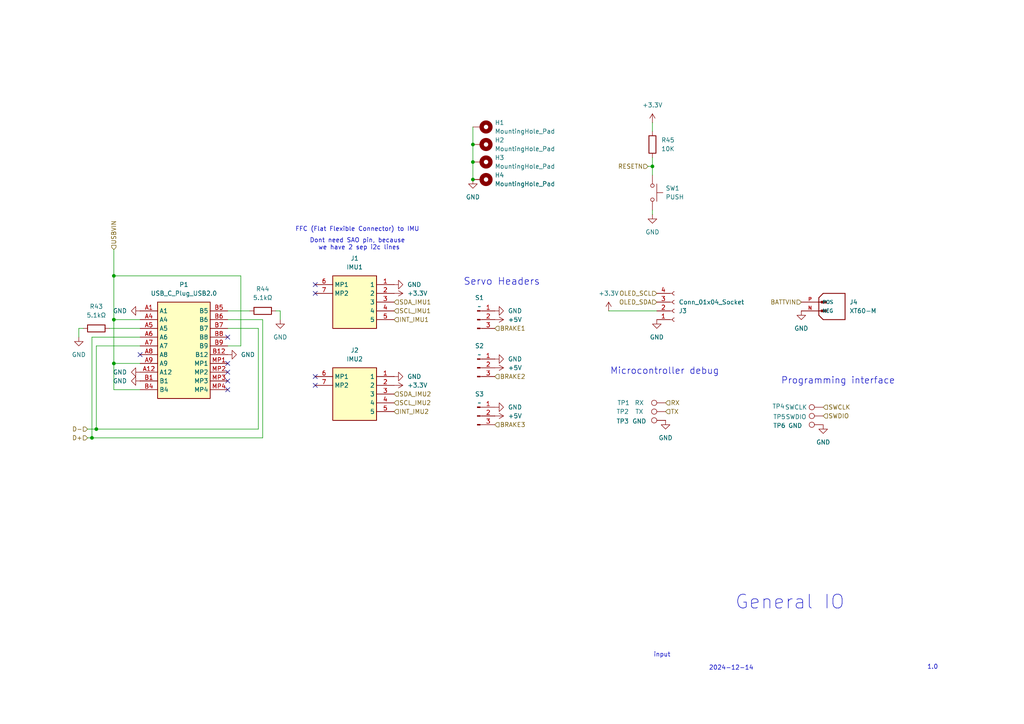
<source format=kicad_sch>
(kicad_sch (version 20231120) (generator "eeschema") (generator_version "8.0")
  (paper "A4")
  (lib_symbols
    (symbol "59453-052110ECHLF:59453-052110ECHLF"
      (property "Reference" "J" (at 19.05 7.62 0))
      (property "Value" "59453-052110ECHLF" (at 19.05 5.08 0))
      (symbol "59453-052110ECHLF_1_1"
        (rectangle (start 5.08 2.54) (end 17.78 -12.7) (stroke (width 0.254)) (fill (type background)))
        (pin passive line (at 22.86 0 180) (length 5.08) (name "1") (number "1"))
        (pin passive line (at 22.86 -2.54 180) (length 5.08) (name "2") (number "2"))
        (pin passive line (at 22.86 -5.08 180) (length 5.08) (name "3") (number "3"))
        (pin passive line (at 22.86 -7.62 180) (length 5.08) (name "4") (number "4"))
        (pin passive line (at 22.86 -10.16 180) (length 5.08) (name "5") (number "5"))
        (pin passive line (at 0 0 0) (length 5.08) (name "MP1") (number "6"))
        (pin passive line (at 0 -2.54 0) (length 5.08) (name "MP2") (number "7"))
      )
    )
    (symbol "Connector:Conn_01x03_Pin" (pin_names (offset 1.016) hide)
      (property "Reference" "J" (at 0 5.08 0))
      (property "Value" "Conn_01x03_Pin" (at 0 -5.08 0))
      (symbol "Conn_01x03_Pin_1_1"
        (polyline (pts (xy 1.27 -2.54) (xy 0.8636 -2.54)) (stroke (width 0.1524)))
        (polyline (pts (xy 1.27 0) (xy 0.8636 0)) (stroke (width 0.1524)))
        (polyline (pts (xy 1.27 2.54) (xy 0.8636 2.54)) (stroke (width 0.1524)))
        (rectangle (start 0.8636 -2.413) (end 0 -2.667) (stroke (width 0.1524)) (fill (type outline)))
        (rectangle (start 0.8636 0.127) (end 0 -0.127) (stroke (width 0.1524)) (fill (type outline)))
        (rectangle (start 0.8636 2.667) (end 0 2.413) (stroke (width 0.1524)) (fill (type outline)))
        (pin passive line (at 5.08 2.54 180) (length 3.81) (name "Pin_1") (number "1"))
        (pin passive line (at 5.08 0 180) (length 3.81) (name "Pin_2") (number "2"))
        (pin passive line (at 5.08 -2.54 180) (length 3.81) (name "Pin_3") (number "3"))
      )
    )
    (symbol "Connector:Conn_01x04_Socket" (pin_names (offset 1.016) hide)
      (property "Reference" "J" (at 0 5.08 0))
      (property "Value" "Conn_01x04_Socket" (at 0 -7.62 0))
      (symbol "Conn_01x04_Socket_1_1"
        (arc (start 0 -4.572) (mid -0.5058 -5.08) (end 0 -5.588) (stroke (width 0.1524)))
        (arc (start 0 -2.032) (mid -0.5058 -2.54) (end 0 -3.048) (stroke (width 0.1524)))
        (polyline (pts (xy -1.27 -5.08) (xy -0.508 -5.08)) (stroke (width 0.1524)))
        (polyline (pts (xy -1.27 -2.54) (xy -0.508 -2.54)) (stroke (width 0.1524)))
        (polyline (pts (xy -1.27 0) (xy -0.508 0)) (stroke (width 0.1524)))
        (polyline (pts (xy -1.27 2.54) (xy -0.508 2.54)) (stroke (width 0.1524)))
        (arc (start 0 0.508) (mid -0.5058 0) (end 0 -0.508) (stroke (width 0.1524)))
        (arc (start 0 3.048) (mid -0.5058 2.54) (end 0 2.032) (stroke (width 0.1524)))
        (pin passive line (at -5.08 2.54 0) (length 3.81) (name "Pin_1") (number "1"))
        (pin passive line (at -5.08 0 0) (length 3.81) (name "Pin_2") (number "2"))
        (pin passive line (at -5.08 -2.54 0) (length 3.81) (name "Pin_3") (number "3"))
        (pin passive line (at -5.08 -5.08 0) (length 3.81) (name "Pin_4") (number "4"))
      )
    )
    (symbol "Connector:TestPoint" (pin_numbers hide) (pin_names (offset 0.762) hide)
      (property "Reference" "TP" (at 0 6.858 0))
      (property "Value" "TestPoint" (at 0 5.08 0))
      (symbol "TestPoint_0_1"
        (circle (center 0 3.302) (radius 0.762))
      )
      (symbol "TestPoint_1_1"
        (pin passive line (at 0 0 90) (length 2.54) (name "1") (number "1"))
      )
    )
    (symbol "Device:R" (pin_numbers hide) (pin_names (offset 0))
      (property "Reference" "R" (at 2.032 0 90))
      (property "Value" "R" (at 0 0 90))
      (symbol "R_0_1"
        (rectangle (start -1.016 -2.54) (end 1.016 2.54) (stroke (width 0.254)))
      )
      (symbol "R_1_1"
        (pin passive line (at 0 3.81 270) (length 1.27) (name "~") (number "1"))
        (pin passive line (at 0 -3.81 90) (length 1.27) (name "~") (number "2"))
      )
    )
    (symbol "Mechanical:MountingHole_Pad" (pin_numbers hide) (pin_names (offset 1.016) hide) (exclude_from_sim yes) (in_bom no)
      (property "Reference" "H" (at 0 6.35 0))
      (property "Value" "MountingHole_Pad" (at 0 4.445 0))
      (symbol "MountingHole_Pad_0_1"
        (circle (center 0 1.27) (radius 1.27) (stroke (width 1.27)))
      )
      (symbol "MountingHole_Pad_1_1"
        (pin input line (at 0 -2.54 90) (length 2.54) (name "1") (number "1"))
      )
    )
    (symbol "Switch:SW_Push" (pin_numbers hide) (pin_names (offset 1.016) hide)
      (property "Reference" "SW" (at 1.27 2.54 0))
      (property "Value" "SW_Push" (at 0 -1.524 0))
      (symbol "SW_Push_0_1"
        (circle (center -2.032 0) (radius 0.508))
        (polyline (pts (xy 0 1.27) (xy 0 3.048)))
        (polyline (pts (xy 2.54 1.27) (xy -2.54 1.27)))
        (circle (center 2.032 0) (radius 0.508))
        (pin passive line (at -5.08 0 0) (length 2.54) (name "1") (number "1"))
        (pin passive line (at 5.08 0 180) (length 2.54) (name "2") (number "2"))
      )
    )
    (symbol "USB4110-GF-A:USB4110-GF-A"
      (property "Reference" "J" (at 21.59 7.62 0))
      (property "Value" "USB4110-GF-A" (at 21.59 5.08 0))
      (symbol "USB4110-GF-A_1_1"
        (rectangle (start 5.08 2.54) (end 20.32 -25.4) (stroke (width 0.254)) (fill (type background)))
        (pin passive line (at 0 0 0) (length 5.08) (name "A1") (number "A1"))
        (pin passive line (at 0 -17.78 0) (length 5.08) (name "A12") (number "A12"))
        (pin passive line (at 0 -2.54 0) (length 5.08) (name "A4") (number "A4"))
        (pin passive line (at 0 -5.08 0) (length 5.08) (name "A5") (number "A5"))
        (pin passive line (at 0 -7.62 0) (length 5.08) (name "A6") (number "A6"))
        (pin passive line (at 0 -10.16 0) (length 5.08) (name "A7") (number "A7"))
        (pin passive line (at 0 -12.7 0) (length 5.08) (name "A8") (number "A8"))
        (pin passive line (at 0 -15.24 0) (length 5.08) (name "A9") (number "A9"))
        (pin passive line (at 0 -20.32 0) (length 5.08) (name "B1") (number "B1"))
        (pin passive line (at 25.4 -12.7 180) (length 5.08) (name "B12") (number "B12"))
        (pin passive line (at 0 -22.86 0) (length 5.08) (name "B4") (number "B4"))
        (pin passive line (at 25.4 0 180) (length 5.08) (name "B5") (number "B5"))
        (pin passive line (at 25.4 -2.54 180) (length 5.08) (name "B6") (number "B6"))
        (pin passive line (at 25.4 -5.08 180) (length 5.08) (name "B7") (number "B7"))
        (pin passive line (at 25.4 -7.62 180) (length 5.08) (name "B8") (number "B8"))
        (pin passive line (at 25.4 -10.16 180) (length 5.08) (name "B9") (number "B9"))
        (pin passive line (at 25.4 -15.24 180) (length 5.08) (name "MP1") (number "MP1"))
        (pin passive line (at 25.4 -17.78 180) (length 5.08) (name "MP2") (number "MP2"))
        (pin passive line (at 25.4 -20.32 180) (length 5.08) (name "MP3") (number "MP3"))
        (pin passive line (at 25.4 -22.86 180) (length 5.08) (name "MP4") (number "MP4"))
      )
    )
    (symbol "XT60-M:XT60-M" (pin_names (offset 1.016))
      (property "Reference" "J" (at 0 6.35 0))
      (property "Value" "XT60-M" (at 0 -5.08 0))
      (symbol "XT60-M_0_0"
        (polyline (pts (xy 0 -1.27) (xy 1.27 -2.54)) (stroke (width 0.254)))
        (polyline (pts (xy 0 0) (xy 1.905 0)) (stroke (width 0.254)))
        (polyline (pts (xy 0 2.54) (xy 0 -1.27)) (stroke (width 0.254)))
        (polyline (pts (xy 0 2.54) (xy 1.905 2.54)) (stroke (width 0.254)))
        (polyline (pts (xy 0 3.81) (xy 0 2.54)) (stroke (width 0.254)))
        (polyline (pts (xy 0 3.81) (xy 1.27 5.08)) (stroke (width 0.254)))
        (polyline (pts (xy 1.27 -2.54) (xy 7.62 -2.54)) (stroke (width 0.254)))
        (polyline (pts (xy 7.62 -2.54) (xy 7.62 5.08)) (stroke (width 0.254)))
        (polyline (pts (xy 7.62 5.08) (xy 1.27 5.08)) (stroke (width 0.254)))
        (rectangle (start 0.635 -0.3175) (end 2.2225 0.3175) (stroke (width 0.1)) (fill (type outline)))
        (rectangle (start 0.635 2.2225) (end 2.2225 2.8575) (stroke (width 0.1)) (fill (type outline)))
        (pin passive line (at -5.08 0 0) (length 5.08) (name "NEG") (number "N"))
        (pin passive line (at -5.08 2.54 0) (length 5.08) (name "POS") (number "P"))
      )
    )
    (symbol "power:+3.3V" (power) (pin_numbers hide) (pin_names (offset 0) hide)
      (property "Value" "+3.3V" (at 0 3.556 0))
      (symbol "+3.3V_0_1"
        (polyline (pts (xy -0.762 1.27) (xy 0 2.54)))
        (polyline (pts (xy 0 0) (xy 0 2.54)))
        (polyline (pts (xy 0 2.54) (xy 0.762 1.27)))
      )
      (symbol "+3.3V_1_1"
        (pin power_in line (at 0 0 90) (length 0) (name "~") (number "1"))
      )
    )
    (symbol "power:+5V" (power) (pin_numbers hide) (pin_names (offset 0) hide)
      (property "Value" "+5V" (at 0 3.556 0))
      (symbol "+5V_0_1"
        (polyline (pts (xy -0.762 1.27) (xy 0 2.54)))
        (polyline (pts (xy 0 0) (xy 0 2.54)))
        (polyline (pts (xy 0 2.54) (xy 0.762 1.27)))
      )
      (symbol "+5V_1_1"
        (pin power_in line (at 0 0 90) (length 0) (name "~") (number "1"))
      )
    )
    (symbol "power:GND" (power) (pin_numbers hide) (pin_names (offset 0) hide)
      (property "Value" "GND" (at 0 -3.81 0))
      (symbol "GND_0_1"
        (polyline (pts (xy 0 0) (xy 0 -1.27) (xy 1.27 -1.27) (xy 0 -2.54) (xy -1.27 -1.27) (xy 0 -1.27)))
      )
      (symbol "GND_1_1"
        (pin power_in line (at 0 0 270) (length 0) (name "~") (number "1"))
      )
    )
  )
  (junction (at 137.16 41.91))
  (junction (at 189.23 48.26))
  (junction (at 26.67 127))
  (junction (at 33.02 80.01))
  (junction (at 137.16 52.07))
  (junction (at 137.16 46.99))
  (junction (at 33.02 92.71))
  (junction (at 27.94 124.46))
  (junction (at 33.02 105.41))
  (no_connect (at 91.44 109.22))
  (no_connect (at 66.04 110.49))
  (no_connect (at 66.04 105.41))
  (no_connect (at 91.44 111.76))
  (no_connect (at 66.04 113.03))
  (no_connect (at 91.44 85.09))
  (no_connect (at 40.64 102.87))
  (no_connect (at 91.44 82.55))
  (no_connect (at 66.04 97.79))
  (no_connect (at 66.04 107.95))
  (wire (pts (xy 176.53 90.17) (xy 190.5 90.17)))
  (wire (pts (xy 26.67 97.79) (xy 40.64 97.79)))
  (wire (pts (xy 27.94 124.46) (xy 74.93 124.46)))
  (wire (pts (xy 33.02 92.71) (xy 40.64 92.71)))
  (wire (pts (xy 66.04 100.33) (xy 69.85 100.33)))
  (wire (pts (xy 26.67 127) (xy 76.2 127)))
  (wire (pts (xy 189.23 35.56) (xy 189.23 38.1)))
  (wire (pts (xy 74.93 95.25) (xy 74.93 124.46)))
  (wire (pts (xy 69.85 80.01) (xy 33.02 80.01)))
  (wire (pts (xy 187.96 48.26) (xy 189.23 48.26)))
  (wire (pts (xy 25.4 127) (xy 26.67 127)))
  (wire (pts (xy 66.04 95.25) (xy 74.93 95.25)))
  (wire (pts (xy 189.23 60.96) (xy 189.23 62.23)))
  (wire (pts (xy 33.02 92.71) (xy 33.02 105.41)))
  (wire (pts (xy 66.04 90.17) (xy 72.39 90.17)))
  (wire (pts (xy 26.67 127) (xy 26.67 97.79)))
  (wire (pts (xy 27.94 124.46) (xy 27.94 100.33)))
  (wire (pts (xy 137.16 36.83) (xy 137.16 41.91)))
  (wire (pts (xy 137.16 46.99) (xy 137.16 52.07)))
  (wire (pts (xy 22.86 95.25) (xy 22.86 97.79)))
  (wire (pts (xy 33.02 105.41) (xy 40.64 105.41)))
  (wire (pts (xy 189.23 48.26) (xy 189.23 50.8)))
  (wire (pts (xy 33.02 72.39) (xy 33.02 80.01)))
  (wire (pts (xy 33.02 80.01) (xy 33.02 92.71)))
  (wire (pts (xy 69.85 100.33) (xy 69.85 80.01)))
  (wire (pts (xy 25.4 124.46) (xy 27.94 124.46)))
  (wire (pts (xy 66.04 92.71) (xy 76.2 92.71)))
  (wire (pts (xy 40.64 113.03) (xy 33.02 113.03)))
  (wire (pts (xy 31.75 95.25) (xy 40.64 95.25)))
  (wire (pts (xy 189.23 45.72) (xy 189.23 48.26)))
  (wire (pts (xy 80.01 90.17) (xy 81.28 90.17)))
  (wire (pts (xy 137.16 41.91) (xy 137.16 46.99)))
  (wire (pts (xy 76.2 92.71) (xy 76.2 127)))
  (wire (pts (xy 81.28 90.17) (xy 81.28 92.71)))
  (wire (pts (xy 27.94 100.33) (xy 40.64 100.33)))
  (wire (pts (xy 24.13 95.25) (xy 22.86 95.25)))
  (wire (pts (xy 33.02 113.03) (xy 33.02 105.41)))
  (text "input\n" (at 192.024 189.992 0) (effects (font (size 1.27 1.27))))
  (text "Dont need SAO pin, because \nwe have 2 sep i2c lines" (at 104.14 70.866 0) (effects (font (size 1.27 1.27))))
  (text "General IO" (at 229.108 174.752 0) (effects (font (size 4 4))))
  (text "FFC (Flat Flexible Connector) to IMU" (at 103.632 66.548 0) (effects (font (size 1.27 1.27))))
  (text "Programming interface" (at 243.078 110.49 0) (effects (font (size 1.905 1.905))))
  (text "Microcontroller debug" (at 192.786 107.696 0) (effects (font (size 1.905 1.905))))
  (text "Servo Headers" (at 145.542 81.788 0) (effects (font (size 2.032 2.032))))
  (text "2024-12-14" (at 212.09 193.802 0) (effects (font (size 1.27 1.27))))
  (text "1.0" (at 270.51 193.548 0) (effects (font (size 1.27 1.27))))
  (hierarchical_label "RX" (shape input) (at 193.04 116.84 0))
  (hierarchical_label "OLED_SDA" (shape input) (at 190.5 87.63 180))
  (hierarchical_label "SDA_IMU2" (shape input) (at 114.3 114.3 0))
  (hierarchical_label "SCL_IMU2" (shape input) (at 114.3 116.84 0))
  (hierarchical_label "TX" (shape input) (at 193.04 119.38 0))
  (hierarchical_label "D+" (shape input) (at 25.4 127 180))
  (hierarchical_label "RESETN" (shape input) (at 187.96 48.26 180))
  (hierarchical_label "OLED_SCL" (shape input) (at 190.5 85.09 180))
  (hierarchical_label "INT_IMU2" (shape input) (at 114.3 119.38 0))
  (hierarchical_label "SWCLK" (shape input) (at 238.76 118.11 0))
  (hierarchical_label "BRAKE2" (shape input) (at 143.51 109.22 0))
  (hierarchical_label "BRAKE1" (shape input) (at 143.51 95.25 0))
  (hierarchical_label "BATTVIN" (shape input) (at 232.41 87.63 180))
  (hierarchical_label "SCL_IMU1" (shape input) (at 114.3 90.17 0))
  (hierarchical_label "D-" (shape input) (at 25.4 124.46 180))
  (hierarchical_label "SWDIO" (shape input) (at 238.76 120.65 0))
  (hierarchical_label "BRAKE3" (shape input) (at 143.51 123.19 0))
  (hierarchical_label "USBVIN" (shape input) (at 33.02 72.39 90))
  (hierarchical_label "SDA_IMU1" (shape input) (at 114.3 87.63 0))
  (hierarchical_label "INT_IMU1" (shape input) (at 114.3 92.71 0))
  (symbol (lib_id "Connector:Conn_01x03_Pin") (at 138.43 120.65 0) (unit 1)
    (property "Reference" "S3" (at 139.065 114.3 0))
    (property "Value" "~" (at 139.065 116.84 0))
    (property "Footprint" "Connector_PinHeader_2.54mm:PinHeader_1x03_P2.54mm_Vertical" (effects (hide yes)))
    (property "Description" "Generic connector, single row, 01x03, script generated" (effects (hide yes)))
  )
  (symbol (lib_id "power:GND") (at 40.64 107.95 270) (unit 1)
    (property "Reference" "#PWR064" (effects (hide yes)))
    (property "Value" "GND" (at 36.83 107.9499 90) (effects (justify right)))
    (property "Description" "Power symbol creates a global label with name \"GND\" , ground" (effects (hide yes)))
  )
  (symbol (lib_id "Connector:TestPoint") (at 238.76 123.19 90) (mirror x) (unit 1)
    (property "Reference" "TP6" (at 226.06 123.444 90))
    (property "Value" "GND" (at 230.632 123.444 90))
    (property "Footprint" "TestPoint:TestPoint_Pad_D1.5mm" (effects (hide yes)))
    (property "Description" "test point" (effects (hide yes)))
  )
  (symbol (lib_id "power:+5V") (at 143.51 92.71 270) (unit 1)
    (property "Reference" "#PWR074" (effects (hide yes)))
    (property "Value" "+5V" (at 147.32 92.7099 90) (effects (justify left)))
    (property "Description" "Power symbol creates a global label with name \"+5V\"" (effects (hide yes)))
  )
  (symbol (lib_id "power:+3.3V") (at 189.23 35.56 0) (unit 1)
    (property "Reference" "#PWR080" (effects (hide yes)))
    (property "Value" "+3.3V" (at 189.23 30.48 0))
    (property "Description" "Power symbol creates a global label with name \"+3.3V\"" (effects (hide yes)))
  )
  (symbol (lib_id "power:GND") (at 66.04 102.87 90) (unit 1)
    (property "Reference" "#PWR066" (effects (hide yes)))
    (property "Value" "GND" (at 69.85 102.8699 90) (effects (justify right)))
    (property "Description" "Power symbol creates a global label with name \"GND\" , ground" (effects (hide yes)))
  )
  (symbol (lib_id "Switch:SW_Push") (at 189.23 55.88 270) (unit 1)
    (property "Reference" "SW1" (at 193.04 54.6099 90) (effects (justify left)))
    (property "Value" "PUSH" (at 193.04 57.1499 90) (effects (justify left)))
    (property "Footprint" "Button_Switch_THT:SW_PUSH_6mm" (effects (hide yes)))
    (property "Description" "Push button switch, generic, two pins" (effects (hide yes)))
  )
  (symbol (lib_id "power:GND") (at 81.28 92.71 0) (unit 1)
    (property "Reference" "#PWR067" (effects (hide yes)))
    (property "Value" "GND" (at 81.28 97.79 0))
    (property "Description" "Power symbol creates a global label with name \"GND\" , ground" (effects (hide yes)))
  )
  (symbol (lib_id "Connector:TestPoint") (at 193.04 121.92 90) (mirror x) (unit 1)
    (property "Reference" "TP3" (at 180.594 122.174 90))
    (property "Value" "GND" (at 185.42 122.174 90))
    (property "Footprint" "TestPoint:TestPoint_Pad_D1.5mm" (effects (hide yes)))
    (property "Description" "test point" (effects (hide yes)))
  )
  (symbol (lib_id "59453-052110ECHLF:59453-052110ECHLF") (at 91.44 109.22 0) (unit 1)
    (property "Reference" "J2" (at 102.87 101.6 0))
    (property "Value" "IMU2" (at 102.87 104.14 0))
    (property "Footprint" "kuben-footprints:59453052110ECHLF" (effects (hide yes)))
    (property "Datasheet" "https://cdn.amphenol-cs.com/media/wysiwyg/files/drawing/59453-0_2110echlf.pdf" (effects (hide yes)))
    (property "Description" "0.50mm Flex Connectors, FPC/FFC Side Entry ZIF Connector, Surface Mount, 5 Positions, Top Contact, 0.50mm (0.020in) Pitch." (effects (hide yes)))
    (property "Height" "1" (effects (hide yes)))
    (property "Manufacturer_Name" "Amphenol Communications Solutions" (effects (hide yes)))
    (property "Manufacturer_Part_Number" "59453-052110ECHLF" (effects (hide yes)))
  )
  (symbol (lib_id "Mechanical:MountingHole_Pad") (at 139.7 52.07 270) (unit 1) (exclude_from_sim yes) (in_bom no)
    (property "Reference" "H4" (at 143.51 50.7999 90) (effects (justify left)))
    (property "Value" "MountingHole_Pad" (at 143.51 53.3399 90) (effects (justify left)))
    (property "Footprint" "MountingHole:MountingHole_3.2mm_M3_DIN965_Pad" (effects (hide yes)))
    (property "Description" "Mounting Hole with connection" (effects (hide yes)))
  )
  (symbol (lib_id "Mechanical:MountingHole_Pad") (at 139.7 36.83 270) (unit 1) (exclude_from_sim yes) (in_bom no)
    (property "Reference" "H1" (at 143.51 35.5599 90) (effects (justify left)))
    (property "Value" "MountingHole_Pad" (at 143.51 38.0999 90) (effects (justify left)))
    (property "Footprint" "MountingHole:MountingHole_3.2mm_M3_DIN965_Pad" (effects (hide yes)))
    (property "Description" "Mounting Hole with connection" (effects (hide yes)))
  )
  (symbol (lib_id "power:GND") (at 137.16 52.07 0) (unit 1)
    (property "Reference" "#PWR072" (effects (hide yes)))
    (property "Value" "GND" (at 137.16 57.15 0))
    (property "Description" "Power symbol creates a global label with name \"GND\" , ground" (effects (hide yes)))
  )
  (symbol (lib_id "power:GND") (at 143.51 90.17 90) (unit 1)
    (property "Reference" "#PWR073" (effects (hide yes)))
    (property "Value" "GND" (at 147.32 90.1699 90) (effects (justify right)))
    (property "Description" "Power symbol creates a global label with name \"GND\" , ground" (effects (hide yes)))
  )
  (symbol (lib_id "Device:R") (at 189.23 41.91 0) (unit 1)
    (property "Reference" "R45" (at 191.77 40.6399 0) (effects (justify left)))
    (property "Value" "10K" (at 191.77 43.1799 0) (effects (justify left)))
    (property "Footprint" "Resistor_SMD:R_0603_1608Metric" (effects (hide yes)))
    (property "Description" "Resistor" (effects (hide yes)))
  )
  (symbol (lib_id "power:+5V") (at 143.51 106.68 270) (unit 1)
    (property "Reference" "#PWR076" (effects (hide yes)))
    (property "Value" "+5V" (at 147.32 106.6799 90) (effects (justify left)))
    (property "Description" "Power symbol creates a global label with name \"+5V\"" (effects (hide yes)))
  )
  (symbol (lib_id "USB4110-GF-A:USB4110-GF-A") (at 40.64 90.17 0) (unit 1)
    (property "Reference" "P1" (at 53.34 82.55 0))
    (property "Value" "USB_C_Plug_USB2.0" (at 53.34 85.09 0))
    (property "Footprint" "kuben-footprints:USB4110GFA" (effects (hide yes)))
    (property "Datasheet" "https://gct.co/files/drawings/usb4110.pdf" (effects (hide yes)))
    (property "Description" "CONN USB 2.0 TYPE-C R/A SMT" (effects (hide yes)))
    (property "Height" "3.26" (effects (hide yes)))
    (property "Mouser Part Number" "640-USB4110-GF-A" (effects (hide yes)))
    (property "Mouser Price/Stock" "https://www.mouser.co.uk/ProductDetail/GCT/USB4110-GF-A?qs=KUoIvG%2F9IlYiZvIXQjyJeA%3D%3D" (effects (hide yes)))
    (property "Manufacturer_Name" "GCT (GLOBAL CONNECTOR TECHNOLOGY)" (effects (hide yes)))
    (property "Manufacturer_Part_Number" "USB4110-GF-A" (effects (hide yes)))
  )
  (symbol (lib_id "power:GND") (at 114.3 109.22 90) (unit 1)
    (property "Reference" "#PWR070" (effects (hide yes)))
    (property "Value" "GND" (at 118.11 109.2199 90) (effects (justify right)))
    (property "Description" "Power symbol creates a global label with name \"GND\" , ground" (effects (hide yes)))
  )
  (symbol (lib_id "power:GND") (at 193.04 121.92 0) (unit 1)
    (property "Reference" "#PWR083" (effects (hide yes)))
    (property "Value" "GND" (at 193.04 127 0))
    (property "Description" "Power symbol creates a global label with name \"GND\" , ground" (effects (hide yes)))
  )
  (symbol (lib_id "power:GND") (at 190.5 92.71 0) (unit 1)
    (property "Reference" "#PWR082" (effects (hide yes)))
    (property "Value" "GND" (at 190.5 97.79 0))
    (property "Description" "Power symbol creates a global label with name \"GND\" , ground" (effects (hide yes)))
  )
  (symbol (lib_id "power:GND") (at 143.51 118.11 90) (unit 1)
    (property "Reference" "#PWR077" (effects (hide yes)))
    (property "Value" "GND" (at 147.32 118.1099 90) (effects (justify right)))
    (property "Description" "Power symbol creates a global label with name \"GND\" , ground" (effects (hide yes)))
  )
  (symbol (lib_id "power:+5V") (at 143.51 120.65 270) (unit 1)
    (property "Reference" "#PWR078" (effects (hide yes)))
    (property "Value" "+5V" (at 147.32 120.6499 90) (effects (justify left)))
    (property "Description" "Power symbol creates a global label with name \"+5V\"" (effects (hide yes)))
  )
  (symbol (lib_id "power:GND") (at 143.51 104.14 90) (unit 1)
    (property "Reference" "#PWR075" (effects (hide yes)))
    (property "Value" "GND" (at 147.32 104.1399 90) (effects (justify right)))
    (property "Description" "Power symbol creates a global label with name \"GND\" , ground" (effects (hide yes)))
  )
  (symbol (lib_id "Device:R") (at 76.2 90.17 270) (unit 1)
    (property "Reference" "R44" (at 76.2 83.82 90))
    (property "Value" "5.1kΩ" (at 76.2 86.36 90))
    (property "Footprint" "Resistor_SMD:R_0603_1608Metric" (effects (hide yes)))
    (property "Description" "Resistor" (effects (hide yes)))
  )
  (symbol (lib_id "power:GND") (at 232.41 90.17 0) (unit 1)
    (property "Reference" "#PWR084" (effects (hide yes)))
    (property "Value" "GND" (at 232.41 95.25 0))
    (property "Description" "Power symbol creates a global label with name \"GND\" , ground" (effects (hide yes)))
  )
  (symbol (lib_id "Connector:TestPoint") (at 238.76 118.11 90) (unit 1)
    (property "Reference" "TP4" (at 225.806 117.856 90))
    (property "Value" "SWCLK" (at 230.886 118.11 90))
    (property "Footprint" "TestPoint:TestPoint_Pad_D1.5mm" (effects (hide yes)))
    (property "Description" "test point" (effects (hide yes)))
  )
  (symbol (lib_id "Connector:Conn_01x03_Pin") (at 138.43 92.71 0) (unit 1)
    (property "Reference" "S1" (at 139.065 86.36 0))
    (property "Value" "~" (at 139.065 88.9 0))
    (property "Footprint" "Connector_PinHeader_2.54mm:PinHeader_1x03_P2.54mm_Vertical" (effects (hide yes)))
    (property "Description" "Generic connector, single row, 01x03, script generated" (effects (hide yes)))
  )
  (symbol (lib_id "Connector:TestPoint") (at 238.76 120.65 90) (mirror x) (unit 1)
    (property "Reference" "TP5" (at 226.06 120.904 90))
    (property "Value" "SWDIO" (at 230.886 120.904 90))
    (property "Footprint" "TestPoint:TestPoint_Pad_D1.5mm" (effects (hide yes)))
    (property "Description" "test point" (effects (hide yes)))
  )
  (symbol (lib_id "Mechanical:MountingHole_Pad") (at 139.7 41.91 270) (unit 1) (exclude_from_sim yes) (in_bom no)
    (property "Reference" "H2" (at 143.51 40.6399 90) (effects (justify left)))
    (property "Value" "MountingHole_Pad" (at 143.51 43.1799 90) (effects (justify left)))
    (property "Footprint" "MountingHole:MountingHole_3.2mm_M3_DIN965_Pad" (effects (hide yes)))
    (property "Description" "Mounting Hole with connection" (effects (hide yes)))
  )
  (symbol (lib_id "power:GND") (at 238.76 123.19 0) (unit 1)
    (property "Reference" "#PWR085" (effects (hide yes)))
    (property "Value" "GND" (at 238.76 128.27 0))
    (property "Description" "Power symbol creates a global label with name \"GND\" , ground" (effects (hide yes)))
  )
  (symbol (lib_id "59453-052110ECHLF:59453-052110ECHLF") (at 91.44 82.55 0) (unit 1)
    (property "Reference" "J1" (at 102.87 74.93 0))
    (property "Value" "IMU1" (at 102.87 77.47 0))
    (property "Footprint" "kuben-footprints:59453052110ECHLF" (effects (hide yes)))
    (property "Datasheet" "https://cdn.amphenol-cs.com/media/wysiwyg/files/drawing/59453-0_2110echlf.pdf" (effects (hide yes)))
    (property "Description" "0.50mm Flex Connectors, FPC/FFC Side Entry ZIF Connector, Surface Mount, 5 Positions, Top Contact, 0.50mm (0.020in) Pitch." (effects (hide yes)))
    (property "Height" "1" (effects (hide yes)))
    (property "Manufacturer_Name" "Amphenol Communications Solutions" (effects (hide yes)))
    (property "Manufacturer_Part_Number" "59453-052110ECHLF" (effects (hide yes)))
  )
  (symbol (lib_id "Connector:TestPoint") (at 193.04 119.38 90) (mirror x) (unit 1)
    (property "Reference" "TP2" (at 180.594 119.38 90))
    (property "Value" "TX" (at 185.42 119.38 90))
    (property "Footprint" "TestPoint:TestPoint_Pad_D1.5mm" (effects (hide yes)))
    (property "Description" "test point" (effects (hide yes)))
  )
  (symbol (lib_id "Mechanical:MountingHole_Pad") (at 139.7 46.99 270) (unit 1) (exclude_from_sim yes) (in_bom no)
    (property "Reference" "H3" (at 143.51 45.7199 90) (effects (justify left)))
    (property "Value" "MountingHole_Pad" (at 143.51 48.2599 90) (effects (justify left)))
    (property "Footprint" "MountingHole:MountingHole_3.2mm_M3_DIN965_Pad" (effects (hide yes)))
    (property "Description" "Mounting Hole with connection" (effects (hide yes)))
  )
  (symbol (lib_id "power:GND") (at 189.23 62.23 0) (unit 1)
    (property "Reference" "#PWR081" (effects (hide yes)))
    (property "Value" "GND" (at 189.23 67.31 0))
    (property "Description" "Power symbol creates a global label with name \"GND\" , ground" (effects (hide yes)))
  )
  (symbol (lib_id "power:+3.3V") (at 114.3 111.76 270) (unit 1)
    (property "Reference" "#PWR071" (effects (hide yes)))
    (property "Value" "+3.3V" (at 118.11 111.7599 90) (effects (justify left)))
    (property "Description" "Power symbol creates a global label with name \"+3.3V\"" (effects (hide yes)))
  )
  (symbol (lib_id "Device:R") (at 27.94 95.25 270) (unit 1)
    (property "Reference" "R43" (at 27.94 88.9 90))
    (property "Value" "5.1kΩ" (at 27.94 91.44 90))
    (property "Footprint" "Resistor_SMD:R_0603_1608Metric" (effects (hide yes)))
    (property "Description" "Resistor" (effects (hide yes)))
  )
  (symbol (lib_id "Connector:Conn_01x03_Pin") (at 138.43 106.68 0) (unit 1)
    (property "Reference" "S2" (at 139.065 100.33 0))
    (property "Value" "~" (at 139.065 102.87 0))
    (property "Footprint" "Connector_PinHeader_2.54mm:PinHeader_1x03_P2.54mm_Vertical" (effects (hide yes)))
    (property "Description" "Generic connector, single row, 01x03, script generated" (effects (hide yes)))
  )
  (symbol (lib_id "power:GND") (at 114.3 82.55 90) (unit 1)
    (property "Reference" "#PWR068" (effects (hide yes)))
    (property "Value" "GND" (at 118.11 82.5499 90) (effects (justify right)))
    (property "Description" "Power symbol creates a global label with name \"GND\" , ground" (effects (hide yes)))
  )
  (symbol (lib_id "power:GND") (at 40.64 110.49 270) (unit 1)
    (property "Reference" "#PWR065" (effects (hide yes)))
    (property "Value" "GND" (at 36.83 110.4899 90) (effects (justify right)))
    (property "Description" "Power symbol creates a global label with name \"GND\" , ground" (effects (hide yes)))
  )
  (symbol (lib_id "XT60-M:XT60-M") (at 237.49 90.17 0) (unit 1)
    (property "Reference" "J4" (at 246.38 87.6299 0) (effects (justify left)))
    (property "Value" "XT60-M" (at 246.38 90.1699 0) (effects (justify left)))
    (property "Footprint" "kuben-footprints:AMASS_XT60-M" (effects (hide yes)))
    (property "MF" "AMASS" (effects (hide yes)))
    (property "MAXIMUM_PACKAGE_HEIGHT" "16.00 mm" (effects (hide yes)))
    (property "Package" "Package" (effects (hide yes)))
    (property "Price" "None" (effects (hide yes)))
    (property "Check_prices" "https://www.snapeda.com/parts/XT60-M/AMASS/view-part/?ref=eda" (effects (hide yes)))
    (property "STANDARD" "IPC 7351B" (effects (hide yes)))
    (property "PARTREV" "V1.2" (effects (hide yes)))
    (property "SnapEDA_Link" "https://www.snapeda.com/parts/XT60-M/AMASS/view-part/?ref=snap" (effects (hide yes)))
    (property "MP" "XT60-M" (effects (hide yes)))
    (property "Description_1" "\n                        \n                            Plug; DC supply; XT60; male; PIN: 2; for cable; soldered; 30A; 500V\n                        \n" (effects (hide yes)))
    (property "Availability" "Not in stock" (effects (hide yes)))
    (property "MANUFACTURER" "AMASS" (effects (hide yes)))
  )
  (symbol (lib_id "power:GND") (at 40.64 90.17 270) (unit 1)
    (property "Reference" "#PWR063" (effects (hide yes)))
    (property "Value" "GND" (at 36.83 90.1699 90) (effects (justify right)))
    (property "Description" "Power symbol creates a global label with name \"GND\" , ground" (effects (hide yes)))
  )
  (symbol (lib_id "power:+3.3V") (at 176.53 90.17 0) (unit 1)
    (property "Reference" "#PWR079" (effects (hide yes)))
    (property "Value" "+3.3V" (at 176.53 85.09 0))
    (property "Description" "Power symbol creates a global label with name \"+3.3V\"" (effects (hide yes)))
  )
  (symbol (lib_id "Connector:Conn_01x04_Socket") (at 195.58 90.17 0) (mirror x) (unit 1)
    (property "Reference" "J3" (at 196.85 90.1701 0) (effects (justify left)))
    (property "Value" "Conn_01x04_Socket" (at 196.85 87.6301 0) (effects (justify left)))
    (property "Footprint" "Connector_PinSocket_2.54mm:PinSocket_1x04_P2.54mm_Vertical" (effects (hide yes)))
    (property "Description" "Generic connector, single row, 01x04, script generated" (effects (hide yes)))
  )
  (symbol (lib_id "Connector:TestPoint") (at 193.04 116.84 90) (unit 1)
    (property "Reference" "TP1" (at 180.848 116.84 90))
    (property "Value" "RX" (at 185.42 116.84 90))
    (property "Footprint" "TestPoint:TestPoint_Pad_D1.5mm" (effects (hide yes)))
    (property "Description" "test point" (effects (hide yes)))
  )
  (symbol (lib_id "power:GND") (at 22.86 97.79 0) (unit 1)
    (property "Reference" "#PWR062" (effects (hide yes)))
    (property "Value" "GND" (at 22.86 102.87 0))
    (property "Description" "Power symbol creates a global label with name \"GND\" , ground" (effects (hide yes)))
  )
  (symbol (lib_id "power:+3.3V") (at 114.3 85.09 270) (unit 1)
    (property "Reference" "#PWR069" (effects (hide yes)))
    (property "Value" "+3.3V" (at 118.11 85.0899 90) (effects (justify left)))
    (property "Description" "Power symbol creates a global label with name \"+3.3V\"" (effects (hide yes)))
  )
)
</source>
